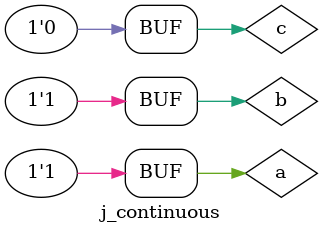
<source format=sv>
module j_continuous;

// VV also supports continuous assignments

// Continuous assignments follow a completely
// different evaluation model than the types of
// processes introduced this far in the tutorial

// E.g., the net "a" below has two drivers,
// and the so-called resolution function for
// wire nets resolves the two values to 1
// (whereas for variables, the last write
// decides its values):

wire a;

assign a = 1'b1;
assign a = 1'bz;

// For wire nets, the following drivers results in a
// value x for the net "b":

wire b;

assign b = 1'b1;
assign b = 1'b0;

// Whereas for wand nets, the same drivers result in 0:

wand c;

assign c = 1'b1;
assign c = 1'b0;

// (Make sure to run all events to see the correct results!)

// Continuous assignments is a big topic,
// see the cont directory for more

endmodule

</source>
